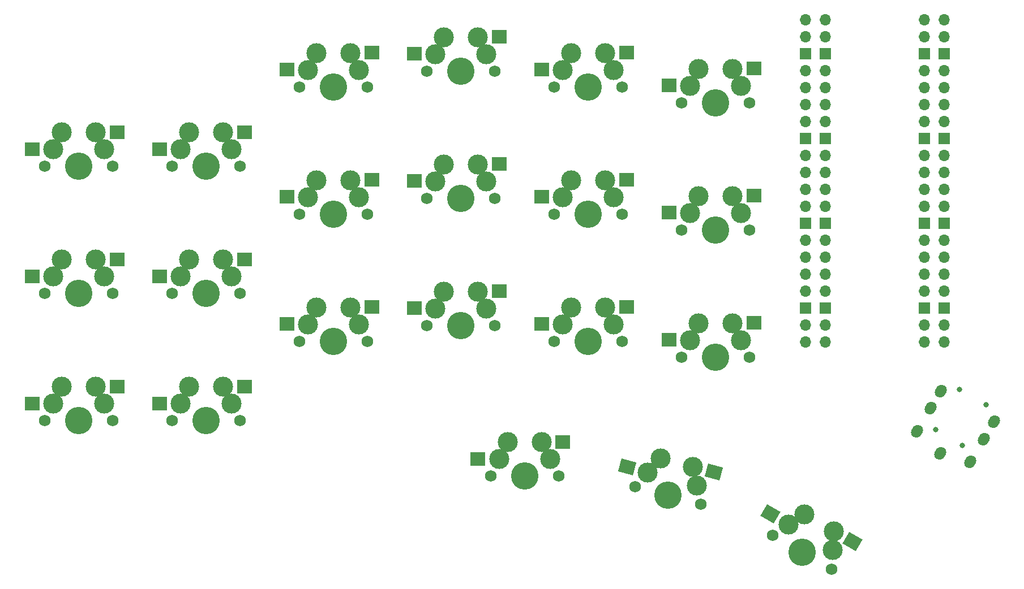
<source format=gbs>
G04 #@! TF.GenerationSoftware,KiCad,Pcbnew,8.0.4*
G04 #@! TF.CreationDate,2024-09-23T05:23:03+03:00*
G04 #@! TF.ProjectId,muikku42,6d75696b-6b75-4343-922e-6b696361645f,rev?*
G04 #@! TF.SameCoordinates,Original*
G04 #@! TF.FileFunction,Soldermask,Bot*
G04 #@! TF.FilePolarity,Negative*
%FSLAX46Y46*%
G04 Gerber Fmt 4.6, Leading zero omitted, Abs format (unit mm)*
G04 Created by KiCad (PCBNEW 8.0.4) date 2024-09-23 05:23:03*
%MOMM*%
%LPD*%
G01*
G04 APERTURE LIST*
G04 Aperture macros list*
%AMHorizOval*
0 Thick line with rounded ends*
0 $1 width*
0 $2 $3 position (X,Y) of the first rounded end (center of the circle)*
0 $4 $5 position (X,Y) of the second rounded end (center of the circle)*
0 Add line between two ends*
20,1,$1,$2,$3,$4,$5,0*
0 Add two circle primitives to create the rounded ends*
1,1,$1,$2,$3*
1,1,$1,$4,$5*%
%AMRotRect*
0 Rectangle, with rotation*
0 The origin of the aperture is its center*
0 $1 length*
0 $2 width*
0 $3 Rotation angle, in degrees counterclockwise*
0 Add horizontal line*
21,1,$1,$2,0,0,$3*%
G04 Aperture macros list end*
%ADD10C,1.750000*%
%ADD11C,3.000000*%
%ADD12C,4.000000*%
%ADD13C,4.100000*%
%ADD14R,2.300000X2.000000*%
%ADD15RotRect,2.300000X2.000000X150.000000*%
%ADD16RotRect,2.300000X2.000000X165.000000*%
%ADD17C,0.800000*%
%ADD18HorizOval,1.600000X-0.100000X-0.173205X0.100000X0.173205X0*%
%ADD19O,1.700000X1.700000*%
%ADD20R,1.700000X1.700000*%
%ADD21HorizOval,1.600000X0.100000X0.173205X-0.100000X-0.173205X0*%
G04 APERTURE END LIST*
D10*
G04 #@! TO.C,S18*
X156845000Y-96440625D03*
D11*
X158115000Y-93900625D03*
X159385000Y-91360625D03*
D12*
X161925000Y-96440625D03*
D13*
X161925000Y-96440625D03*
D11*
X164465000Y-91360625D03*
X165735000Y-93900624D03*
D10*
X167005000Y-96440625D03*
D14*
X154925000Y-93860625D03*
X167625000Y-91320625D03*
G04 #@! TD*
D10*
G04 #@! TO.C,S2*
X80645000Y-89296875D03*
D11*
X81915000Y-86756875D03*
X83185000Y-84216875D03*
D12*
X85725000Y-89296875D03*
D13*
X85725000Y-89296875D03*
D11*
X88265000Y-84216875D03*
X89535000Y-86756874D03*
D10*
X90805000Y-89296875D03*
D14*
X78725000Y-86716875D03*
X91425000Y-84176875D03*
G04 #@! TD*
D10*
G04 #@! TO.C,S12*
X189513091Y-125488125D03*
D11*
X191882943Y-123923420D03*
X194252795Y-122358716D03*
D12*
X193912500Y-128028125D03*
D13*
X193912500Y-128028125D03*
D11*
X198652205Y-124898716D03*
X198482057Y-127733420D03*
D10*
X198311909Y-130568125D03*
D15*
X189140322Y-122293779D03*
X201408845Y-126444075D03*
G04 #@! TD*
D10*
G04 #@! TO.C,S3*
X80645000Y-108346875D03*
D11*
X81915000Y-105806875D03*
X83185000Y-103266875D03*
D12*
X85725000Y-108346875D03*
D13*
X85725000Y-108346875D03*
D11*
X88265000Y-103266875D03*
X89535000Y-105806874D03*
D10*
X90805000Y-108346875D03*
D14*
X78725000Y-105766875D03*
X91425000Y-103226875D03*
G04 #@! TD*
D10*
G04 #@! TO.C,S4*
X147320000Y-116613750D03*
D11*
X148590000Y-114073750D03*
X149860000Y-111533750D03*
D12*
X152400000Y-116613750D03*
D13*
X152400000Y-116613750D03*
D11*
X154940000Y-111533750D03*
X156210000Y-114073749D03*
D10*
X157480000Y-116613750D03*
D14*
X145400000Y-114033750D03*
X158100000Y-111493750D03*
G04 #@! TD*
D10*
G04 #@! TO.C,S19*
X175895000Y-60721875D03*
D11*
X177165000Y-58181875D03*
X178435000Y-55641875D03*
D12*
X180975000Y-60721875D03*
D13*
X180975000Y-60721875D03*
D11*
X183515000Y-55641875D03*
X184785000Y-58181874D03*
D10*
X186055000Y-60721875D03*
D14*
X173975000Y-58141875D03*
X186675000Y-55601875D03*
G04 #@! TD*
D10*
G04 #@! TO.C,S21*
X175895000Y-98821875D03*
D11*
X177165000Y-96281875D03*
X178435000Y-93741875D03*
D12*
X180975000Y-98821875D03*
D13*
X180975000Y-98821875D03*
D11*
X183515000Y-93741875D03*
X184785000Y-96281874D03*
D10*
X186055000Y-98821875D03*
D14*
X173975000Y-96241875D03*
X186675000Y-93701875D03*
G04 #@! TD*
D10*
G04 #@! TO.C,S9*
X118745000Y-58340625D03*
D11*
X120015000Y-55800625D03*
X121285000Y-53260625D03*
D12*
X123825000Y-58340625D03*
D13*
X123825000Y-58340625D03*
D11*
X126365000Y-53260625D03*
X127635000Y-55800624D03*
D10*
X128905000Y-58340625D03*
D14*
X116825000Y-55760625D03*
X129525000Y-53220625D03*
G04 #@! TD*
D10*
G04 #@! TO.C,S10*
X118745000Y-77390625D03*
D11*
X120015000Y-74850625D03*
X121285000Y-72310625D03*
D12*
X123825000Y-77390625D03*
D13*
X123825000Y-77390625D03*
D11*
X126365000Y-72310625D03*
X127635000Y-74850624D03*
D10*
X128905000Y-77390625D03*
D14*
X116825000Y-74810625D03*
X129525000Y-72270625D03*
G04 #@! TD*
D10*
G04 #@! TO.C,S6*
X99695000Y-89296875D03*
D11*
X100965000Y-86756875D03*
X102235000Y-84216875D03*
D12*
X104775000Y-89296875D03*
D13*
X104775000Y-89296875D03*
D11*
X107315000Y-84216875D03*
X108585000Y-86756874D03*
D10*
X109855000Y-89296875D03*
D14*
X97775000Y-86716875D03*
X110475000Y-84176875D03*
G04 #@! TD*
D10*
G04 #@! TO.C,S8*
X168924347Y-118213324D03*
D11*
X170808473Y-116088573D03*
X172692599Y-113963821D03*
D12*
X173831250Y-119528125D03*
D13*
X173831250Y-119528125D03*
D11*
X177599502Y-115278622D03*
X178168828Y-118060773D03*
D10*
X178738153Y-120842926D03*
D16*
X167737522Y-115224303D03*
X180662181Y-116057853D03*
G04 #@! TD*
D10*
G04 #@! TO.C,S7*
X99695000Y-108346875D03*
D11*
X100965000Y-105806875D03*
X102235000Y-103266875D03*
D12*
X104775000Y-108346875D03*
D13*
X104775000Y-108346875D03*
D11*
X107315000Y-103266875D03*
X108585000Y-105806874D03*
D10*
X109855000Y-108346875D03*
D14*
X97775000Y-105766875D03*
X110475000Y-103226875D03*
G04 #@! TD*
D17*
G04 #@! TO.C,U2*
X221383716Y-105937819D03*
X217883716Y-111999999D03*
D18*
X214541857Y-113188268D03*
X219075575Y-114535641D03*
X221075574Y-111071538D03*
X222575574Y-108473462D03*
G04 #@! TD*
D10*
G04 #@! TO.C,S14*
X137795000Y-75009375D03*
D11*
X139065000Y-72469375D03*
X140335000Y-69929375D03*
D12*
X142875000Y-75009375D03*
D13*
X142875000Y-75009375D03*
D11*
X145415000Y-69929375D03*
X146685000Y-72469374D03*
D10*
X147955000Y-75009375D03*
D14*
X135875000Y-72429375D03*
X148575000Y-69889375D03*
G04 #@! TD*
D10*
G04 #@! TO.C,S20*
X175895000Y-79771875D03*
D11*
X177165000Y-77231875D03*
X178435000Y-74691875D03*
D12*
X180975000Y-79771875D03*
D13*
X180975000Y-79771875D03*
D11*
X183515000Y-74691875D03*
X184785000Y-77231874D03*
D10*
X186055000Y-79771875D03*
D14*
X173975000Y-77191875D03*
X186675000Y-74651875D03*
G04 #@! TD*
D10*
G04 #@! TO.C,S1*
X80645000Y-70246875D03*
D11*
X81915000Y-67706875D03*
X83185000Y-65166875D03*
D12*
X85725000Y-70246875D03*
D13*
X85725000Y-70246875D03*
D11*
X88265000Y-65166875D03*
X89535000Y-67706874D03*
D10*
X90805000Y-70246875D03*
D14*
X78725000Y-67666875D03*
X91425000Y-65126875D03*
G04 #@! TD*
D19*
G04 #@! TO.C,U1*
X194397500Y-48260000D03*
X215177500Y-48260000D03*
X194397500Y-50800000D03*
X215177500Y-50800000D03*
D20*
X194397500Y-53340000D03*
X215177500Y-53340000D03*
D19*
X194397500Y-55880000D03*
X215177500Y-55880000D03*
X194397500Y-58420000D03*
X215177500Y-58420000D03*
X194397500Y-60960000D03*
X215177500Y-60960000D03*
X194397500Y-63500000D03*
X215177500Y-63500000D03*
D20*
X194397500Y-66040000D03*
X215177500Y-66040000D03*
D19*
X194397500Y-68580000D03*
X215177500Y-68580000D03*
X194397500Y-71120000D03*
X215177500Y-71120000D03*
X194397500Y-73660000D03*
X215177500Y-73660000D03*
X194397500Y-76200000D03*
X215177500Y-76200000D03*
D20*
X194397500Y-78740000D03*
X215177500Y-78740000D03*
D19*
X194397500Y-81280000D03*
X215177500Y-81280000D03*
X194397500Y-83820000D03*
X215177500Y-83820000D03*
X194397500Y-86360000D03*
X215177500Y-86360000D03*
X194397500Y-88900000D03*
X215177500Y-88900000D03*
D20*
X194397500Y-91440000D03*
X215177500Y-91440000D03*
D19*
X194397500Y-93980000D03*
X215177500Y-93980000D03*
X194397500Y-96520000D03*
X215177500Y-96520000D03*
X197397500Y-96520000D03*
X212177500Y-96520000D03*
X197397500Y-93980000D03*
X212177500Y-93980000D03*
D20*
X197397500Y-91440000D03*
X212177500Y-91440000D03*
D19*
X197397500Y-88900000D03*
X212177500Y-88900000D03*
X197397500Y-86360000D03*
X212177500Y-86360000D03*
X197397500Y-83820000D03*
X212177500Y-83820000D03*
X197397500Y-81280000D03*
X212177500Y-81280000D03*
D20*
X197397500Y-78740000D03*
X212177500Y-78740000D03*
D19*
X197397500Y-76200000D03*
X212177500Y-76200000D03*
X197397500Y-73660000D03*
X212177500Y-73660000D03*
X197397500Y-71120000D03*
X212177500Y-71120000D03*
X197397500Y-68580000D03*
X212177500Y-68580000D03*
D20*
X197397500Y-66040000D03*
X212177500Y-66040000D03*
D19*
X197397500Y-63500000D03*
X212177500Y-63500000D03*
X197397500Y-60960000D03*
X212177500Y-60960000D03*
X197397500Y-58420000D03*
X212177500Y-58420000D03*
X197397500Y-55880000D03*
X212177500Y-55880000D03*
D20*
X197397500Y-53340000D03*
X212177500Y-53340000D03*
D19*
X197397500Y-50800000D03*
X212177500Y-50800000D03*
X197397500Y-48260000D03*
X212177500Y-48260000D03*
G04 #@! TD*
D10*
G04 #@! TO.C,S13*
X137795000Y-55959375D03*
D11*
X139065000Y-53419375D03*
X140335000Y-50879375D03*
D12*
X142875000Y-55959375D03*
D13*
X142875000Y-55959375D03*
D11*
X145415000Y-50879375D03*
X146685000Y-53419374D03*
D10*
X147955000Y-55959375D03*
D14*
X135875000Y-53379375D03*
X148575000Y-50839375D03*
G04 #@! TD*
D10*
G04 #@! TO.C,S5*
X99695000Y-70246875D03*
D11*
X100965000Y-67706875D03*
X102235000Y-65166875D03*
D12*
X104775000Y-70246875D03*
D13*
X104775000Y-70246875D03*
D11*
X107315000Y-65166875D03*
X108585000Y-67706874D03*
D10*
X109855000Y-70246875D03*
D14*
X97775000Y-67666875D03*
X110475000Y-65126875D03*
G04 #@! TD*
D10*
G04 #@! TO.C,S15*
X137795000Y-94059375D03*
D11*
X139065000Y-91519375D03*
X140335000Y-88979375D03*
D12*
X142875000Y-94059375D03*
D13*
X142875000Y-94059375D03*
D11*
X145415000Y-88979375D03*
X146685000Y-91519374D03*
D10*
X147955000Y-94059375D03*
D14*
X135875000Y-91479375D03*
X148575000Y-88939375D03*
G04 #@! TD*
D10*
G04 #@! TO.C,S17*
X156845000Y-77390625D03*
D11*
X158115000Y-74850625D03*
X159385000Y-72310625D03*
D12*
X161925000Y-77390625D03*
D13*
X161925000Y-77390625D03*
D11*
X164465000Y-72310625D03*
X165735000Y-74850624D03*
D10*
X167005000Y-77390625D03*
D14*
X154925000Y-74810625D03*
X167625000Y-72270625D03*
G04 #@! TD*
D10*
G04 #@! TO.C,S11*
X118745000Y-96440625D03*
D11*
X120015000Y-93900625D03*
X121285000Y-91360625D03*
D12*
X123825000Y-96440625D03*
D13*
X123825000Y-96440625D03*
D11*
X126365000Y-91360625D03*
X127635000Y-93900624D03*
D10*
X128905000Y-96440625D03*
D14*
X116825000Y-93860625D03*
X129525000Y-91320625D03*
G04 #@! TD*
D10*
G04 #@! TO.C,S16*
X156845000Y-58340625D03*
D11*
X158115000Y-55800625D03*
X159385000Y-53260625D03*
D12*
X161925000Y-58340625D03*
D13*
X161925000Y-58340625D03*
D11*
X164465000Y-53260625D03*
X165735000Y-55800624D03*
D10*
X167005000Y-58340625D03*
D14*
X154925000Y-55760625D03*
X167625000Y-53220625D03*
G04 #@! TD*
D17*
G04 #@! TO.C,U3*
X213900000Y-109700000D03*
X217400000Y-103637820D03*
D21*
X214541858Y-113188269D03*
X211108141Y-109935641D03*
X213108142Y-106471539D03*
X214608143Y-103873464D03*
G04 #@! TD*
M02*

</source>
